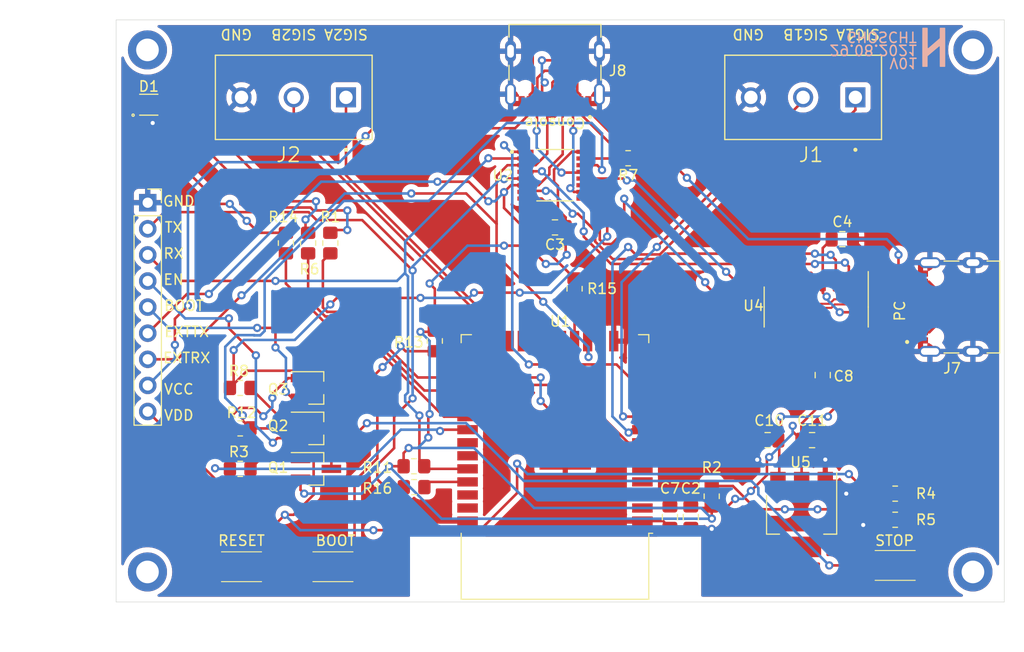
<source format=kicad_pcb>
(kicad_pcb (version 20211014) (generator pcbnew)

  (general
    (thickness 1.6)
  )

  (paper "A4")
  (title_block
    (title "Control")
    (date "2021-08-29")
    (rev "v01")
    (comment 4 "Author: GHOSCHT")
  )

  (layers
    (0 "F.Cu" signal)
    (31 "B.Cu" signal)
    (32 "B.Adhes" user "B.Adhesive")
    (33 "F.Adhes" user "F.Adhesive")
    (34 "B.Paste" user)
    (35 "F.Paste" user)
    (36 "B.SilkS" user "B.Silkscreen")
    (37 "F.SilkS" user "F.Silkscreen")
    (38 "B.Mask" user)
    (39 "F.Mask" user)
    (40 "Dwgs.User" user "User.Drawings")
    (41 "Cmts.User" user "User.Comments")
    (42 "Eco1.User" user "User.Eco1")
    (43 "Eco2.User" user "User.Eco2")
    (44 "Edge.Cuts" user)
    (45 "Margin" user)
    (46 "B.CrtYd" user "B.Courtyard")
    (47 "F.CrtYd" user "F.Courtyard")
    (48 "B.Fab" user)
    (49 "F.Fab" user)
  )

  (setup
    (pad_to_mask_clearance 0)
    (pcbplotparams
      (layerselection 0x00010fc_ffffffff)
      (disableapertmacros false)
      (usegerberextensions true)
      (usegerberattributes true)
      (usegerberadvancedattributes true)
      (creategerberjobfile true)
      (svguseinch false)
      (svgprecision 6)
      (excludeedgelayer true)
      (plotframeref false)
      (viasonmask false)
      (mode 1)
      (useauxorigin false)
      (hpglpennumber 1)
      (hpglpenspeed 20)
      (hpglpendiameter 15.000000)
      (dxfpolygonmode true)
      (dxfimperialunits true)
      (dxfusepcbnewfont true)
      (psnegative false)
      (psa4output false)
      (plotreference true)
      (plotvalue true)
      (plotinvisibletext false)
      (sketchpadsonfab false)
      (subtractmaskfromsilk true)
      (outputformat 1)
      (mirror false)
      (drillshape 0)
      (scaleselection 1)
      (outputdirectory "Gerber/")
    )
  )

  (net 0 "")
  (net 1 "VDD")
  (net 2 "GND")
  (net 3 "MUXDTR")
  (net 4 "VCC")
  (net 5 "Net-(D1-Pad2)")
  (net 6 "Net-(D1-Pad1)")
  (net 7 "Net-(D1-Pad3)")
  (net 8 "RX")
  (net 9 "TX")
  (net 10 "EN")
  (net 11 "BOOT")
  (net 12 "unconnected-(J7-PadA5)")
  (net 13 "unconnected-(J7-PadB8)")
  (net 14 "unconnected-(J7-PadA8)")
  (net 15 "unconnected-(J7-PadB5)")
  (net 16 "EXTRTS")
  (net 17 "EXTDTR")
  (net 18 "Net-(Q2-Pad1)")
  (net 19 "SIG1A")
  (net 20 "SIG1B")
  (net 21 "D+")
  (net 22 "D-")
  (net 23 "SIG2A")
  (net 24 "SIG2B")
  (net 25 "RTS")
  (net 26 "Net-(Q3-Pad1)")
  (net 27 "EXTRX")
  (net 28 "EXTTX")
  (net 29 "DTR")
  (net 30 "LEDR")
  (net 31 "STOPRST")
  (net 32 "Net-(Q1-Pad1)")
  (net 33 "LEDG")
  (net 34 "LEDB")
  (net 35 "MUXRX")
  (net 36 "Net-(R15-Pad2)")
  (net 37 "MUXTX")
  (net 38 "Net-(R16-Pad2)")
  (net 39 "unconnected-(U1-Pad4)")
  (net 40 "unconnected-(U1-Pad5)")
  (net 41 "unconnected-(U1-Pad10)")
  (net 42 "unconnected-(U1-Pad11)")
  (net 43 "MUX")
  (net 44 "unconnected-(U1-Pad13)")
  (net 45 "unconnected-(U1-Pad14)")
  (net 46 "unconnected-(U1-Pad16)")
  (net 47 "unconnected-(U1-Pad19)")
  (net 48 "Net-(Q1-Pad3)")
  (net 49 "unconnected-(U1-Pad20)")
  (net 50 "Net-(C8-Pad2)")
  (net 51 "unconnected-(U1-Pad21)")
  (net 52 "unconnected-(U1-Pad22)")
  (net 53 "unconnected-(U1-Pad23)")
  (net 54 "unconnected-(U1-Pad24)")
  (net 55 "unconnected-(U1-Pad26)")
  (net 56 "unconnected-(U1-Pad29)")
  (net 57 "unconnected-(U1-Pad32)")
  (net 58 "unconnected-(U1-Pad33)")
  (net 59 "unconnected-(U1-Pad36)")
  (net 60 "unconnected-(U1-Pad37)")
  (net 61 "Net-(R5-Pad2)")
  (net 62 "Net-(R7-Pad2)")
  (net 63 "MUXRTS")
  (net 64 "unconnected-(U4-Pad7)")
  (net 65 "unconnected-(U4-Pad8)")
  (net 66 "unconnected-(U4-Pad9)")
  (net 67 "unconnected-(U4-Pad10)")
  (net 68 "unconnected-(U4-Pad11)")
  (net 69 "unconnected-(U4-Pad12)")
  (net 70 "unconnected-(U4-Pad15)")

  (footprint "HRO_TYPE-C-31-M-12:HRO_TYPE-C-31-M-12" (layer "F.Cu") (at 187.96 101.727 90))

  (footprint "Resistor_SMD:R_0805_2012Metric_Pad1.20x1.40mm_HandSolder" (layer "F.Cu") (at 180.399 119.888))

  (footprint "Package_TO_SOT_SMD:SOT-23_Handsoldering" (layer "F.Cu") (at 124.079 117.475))

  (footprint "Resistor_SMD:R_0805_2012Metric_Pad1.20x1.40mm_HandSolder" (layer "F.Cu") (at 116.713 117.475 180))

  (footprint "Resistor_SMD:R_0805_2012Metric_Pad1.20x1.40mm_HandSolder" (layer "F.Cu") (at 180.399 122.428))

  (footprint "SKRKAEE020:SKRKAEE020" (layer "F.Cu") (at 180.399 126.873))

  (footprint "SKRKAEE020:SKRKAEE020" (layer "F.Cu") (at 116.84 127))

  (footprint "HRO_TYPE-C-31-M-12:HRO_TYPE-C-31-M-12" (layer "F.Cu") (at 147.32 76.835 180))

  (footprint "Package_SO:SOIC-16_3.9x9.9mm_P1.27mm" (layer "F.Cu") (at 172.72 101.727 -90))

  (footprint "Capacitor_SMD:C_0805_2012Metric_Pad1.18x1.45mm_HandSolder" (layer "F.Cu") (at 173.355 108.3525 90))

  (footprint "Resistor_SMD:R_0805_2012Metric_Pad1.20x1.40mm_HandSolder" (layer "F.Cu") (at 133.604 117.221))

  (footprint "CUI_TB006-508-03BE:CUI_TB006-508-03BE" (layer "F.Cu") (at 127 81.3255 180))

  (footprint "Resistor_SMD:R_0805_2012Metric_Pad1.20x1.40mm_HandSolder" (layer "F.Cu") (at 162.56 120.142 -90))

  (footprint "CUI_TB006-508-03BE:CUI_TB006-508-03BE" (layer "F.Cu") (at 176.53 81.3255 180))

  (footprint "Capacitor_SMD:C_0805_2012Metric_Pad1.18x1.45mm_HandSolder" (layer "F.Cu") (at 160.528 122.174 -90))

  (footprint "Resistor_SMD:R_0805_2012Metric_Pad1.20x1.40mm_HandSolder" (layer "F.Cu") (at 154.432 87.249 180))

  (footprint "RF_Module:ESP32-WROOM-32" (layer "F.Cu") (at 147.32 114.3 180))

  (footprint "Resistor_SMD:R_0805_2012Metric_Pad1.20x1.40mm_HandSolder" (layer "F.Cu") (at 121.158 95.504 -90))

  (footprint "Package_TO_SOT_SMD:SOT-223-3_TabPin2" (layer "F.Cu") (at 171.3015 121.92 -90))

  (footprint (layer "F.Cu") (at 107.696 127.508))

  (footprint "Resistor_SMD:R_0805_2012Metric_Pad1.20x1.40mm_HandSolder" (layer "F.Cu") (at 149.225 99.949 -90))

  (footprint "CD74HC4053PWR:SOP65P640X120-16N" (layer "F.Cu") (at 147.32 88.9))

  (footprint "Capacitor_SMD:C_0805_2012Metric_Pad1.18x1.45mm_HandSolder" (layer "F.Cu") (at 167.9995 114.681 180))

  (footprint "Resistor_SMD:R_0805_2012Metric_Pad1.20x1.40mm_HandSolder" (layer "F.Cu") (at 116.713 113.538 180))

  (footprint "Capacitor_SMD:C_0805_2012Metric_Pad1.18x1.45mm_HandSolder" (layer "F.Cu") (at 158.496 122.174 -90))

  (footprint "Resistor_SMD:R_0805_2012Metric_Pad1.20x1.40mm_HandSolder" (layer "F.Cu") (at 135.636 105.029 -90))

  (footprint "Capacitor_SMD:C_0805_2012Metric_Pad1.18x1.45mm_HandSolder" (layer "F.Cu") (at 147.32 93.98 180))

  (footprint "Capacitor_SMD:C_0805_2012Metric_Pad1.18x1.45mm_HandSolder" (layer "F.Cu") (at 172.3175 114.681))

  (footprint "TJ-S1615CY6TGLCCSRGB-A5:TJ-S1615CY6TGLCCSRGB-A5" (layer "F.Cu") (at 107.823 82.042))

  (footprint "Connector_PinSocket_2.54mm:PinSocket_1x09_P2.54mm_Vertical" (layer "F.Cu") (at 107.721 91.577))

  (footprint "Capacitor_SMD:C_0805_2012Metric_Pad1.18x1.45mm_HandSolder" (layer "F.Cu") (at 175.26 95.123))

  (footprint "Package_TO_SOT_SMD:SOT-23_Handsoldering" (layer "F.Cu") (at 124.079 109.601))

  (footprint "Package_TO_SOT_SMD:SOT-23_Handsoldering" (layer "F.Cu") (at 124.079 113.538))

  (footprint "Resistor_SMD:R_0805_2012Metric_Pad1.20x1.40mm_HandSolder" (layer "F.Cu") (at 133.62 119.253))

  (footprint (layer "F.Cu") (at 187.96 76.708))

  (footprint "Resistor_SMD:R_0805_2012Metric_Pad1.20x1.40mm_HandSolder" (layer "F.Cu") (at 123.317 95.504 -90))

  (footprint "Resistor_SMD:R_0805_2012Metric_Pad1.20x1.40mm_HandSolder" (layer "F.Cu") (at 125.476 95.504 -90))

  (footprint "Resistor_SMD:R_0805_2012Metric_Pad1.20x1.40mm_HandSolder" (layer "F.Cu") (at 116.713 109.601))

  (footprint "MountingHole:MountingHole_2.2mm_M2_DIN965_Pad" (layer "F.Cu") (at 107.696 76.708))

  (footprint (layer "F.Cu") (at 187.96 127.508))

  (footprint "SKRKAEE020:SKRKAEE020" (layer "F.Cu") (at 125.73 127 180))

  (footprint "logo:logo" (layer "B.Cu") (at 184.15 76.454 180))

  (gr_line (start 104.648 130.429) (end 191.008 130.429) (layer "Edge.Cuts") (width 0.05) (tstamp 00000000-0000-0000-0000-0000612be863))
  (gr_line (start 191.008 73.787) (end 104.648 73.787) (layer "Edge.Cuts") (width 0.05) (tstamp 27cb800c-91f2-4581-a3df-283140f8de7a))
  (gr_line (start 191.008 73.787) (end 191.008 130.429) (layer "Edge.Cuts") (width 0.05) (tstamp 8e2e528c-9fd7-4d33-b2f6-50348f1f17ab))
  (gr_line (start 104.648 73.787) (end 104.648 130.429) (layer "Edge.Cuts") (width 0.05) (tstamp c1dde370-6c97-4cf2-912e-7f65fb9cb8a0))
  (gr_text "V01" (at 181.229 77.978 180) (layer "B.SilkS") (tstamp 0bdb31bb-e7b5-4ded-9a42-2efeb7aa1eac)
    (effects (font (size 1 1) (thickness 0.15)) (justify mirror))
  )
  (gr_text "GHOSCHT" (at 179.07 75.438 180) (layer "B.SilkS") (tstamp 2923ebe6-b266-428c-b7d5-56fe4ec64f67)
    (effects (font (size 1 1) (thickness 0.15)) (justify mirror))
  )
  (gr_text "29.08.2021" (at 178.308 76.708 180) (layer "B.SilkS") (tstamp aa17e972-073e-46ab-870d-59e31e60c64c)
    (effects (font (size 1 1) (thickness 0.15)) (justify mirror))
  )
  (gr_text "BOOT" (at 125.984 124.46) (layer "F.SilkS") (tstamp 088b35ab-6d78-4c44-aeb5-74ffb6209ceb)
    (effects (font (size 1 1) (thickness 0.15)))
  )
  (gr_text "GND" (at 166.116 75.184 180) (layer "F.SilkS") (tstamp 11b9ffc6-14e8-4e91-8762-3d81fe2a07d2)
    (effects (font (size 1 1) (thickness 0.15)))
  )
  (gr_text "TX" (at 110.236 93.98) (layer "F.SilkS") (tstamp 24d2a8f4-83f5-480f-8025-157150dffac1)
    (effects (font (size 1 1) (thickness 0.15)))
  )
  (gr_text "PC" (at 180.848 102.108 90) (layer "F.SilkS") (tstamp 2a8f9805-2ef4-442d-b857-33308da9e6ff)
    (effects (font (size 1 1) (thickness 0.15)))
  )
  (gr_text "EXTTX" (at 111.506 104.14) (layer "F.SilkS") (tstamp 42442343-71e9-4fd8-af53-d327066ba410)
    (effects (font (size 1 1) (thickness 0.15)))
  )
  (gr_text "STOP" (at 180.34 124.46) (layer "F.SilkS") (tstamp 5d4fb0aa-e113-45aa-a776-e15a6f39ec77)
    (effects (font (size 1 1) (thickness 0.15)))
  )
  (gr_text "RESET" (at 116.84 124.46) (layer "F.SilkS") (tstamp 621c3af4-90a1-4ba1-81a2-96555f589eec)
    (effects (font (size 1 1) (thickness 0.15)))
  )
  (gr_text "VCC" (at 110.744 109.728) (layer "F.SilkS") (tstamp 6226a305-f20f-4b9e-b4cb-51ceb4b5635c)
    (effects (font (size 1 1) (thickness 0.15)))
  )
  (gr_text "SIG1A" (at 176.784 75.184 180) (layer "F.SilkS") (tstamp 6cdf380d-6a57-49a6-8f50-d7a4f8042bdc)
    (effects (font (size 1 1) (thickness 0.15)))
  )
  (gr_text "SIG1B" (at 171.704 75.184 180) (layer "F.SilkS") (tstamp 80184351-19b3-4bcd-82a1-58efa7bb8354)
    (effects (font (size 1 1) (thickness 0.15)))
  )
  (gr_text "SIG2B" (at 121.92 75.184 180) (layer "F.SilkS") (tstamp 898d1a4e-37cd-49c7-9c88-360a5e2964d8)
    (effects (font (size 1 1) (thickness 0.15)))
  )
  (gr_text "EXTRX" (at 111.506 106.68) (layer "F.SilkS") (tstamp 92cb1f6a-7469-4da5-bac0-8161abd9c26a)
    (effects (font (size 1 1) (thickness 0.15)))
  )
  (gr_text "GND" (at 110.744 91.44) (layer "F.SilkS") (tstamp a97de3bc-5ccd-42d6-9a63-b1503b8a9792)
    (effects (font (size 1 1) (thickness 0.15)))
  )
  (gr_text "VDD" (at 110.744 112.268) (layer "F.SilkS") (tstamp ae528489-6d55-4f16-814d-6ca34115416c)
    (effects (font (size 1 1) (thickness 0.15)))
  )
  (gr_text "EN" (at 110.236 99.06) (layer "F.SilkS") (tstamp aead7a94-6d70-4c1c-a9ab-3cb20a40441b)
    (effects (font (size 1 1) (thickness 0.15)))
  )
  (gr_text "SIG2A" (at 127 75.184 180) (layer "F.SilkS") (tstamp c536e94d-b0a9-457b-87ac-a4d2776a6072)
    (effects (font (size 1 1) (thickness 0.15)))
  )
  (gr_text "GND" (at 116.332 75.184 180) (layer "F.SilkS") (tstamp cdd4d047-9758-4b64-9ac5-1aaa6e3ca935)
    (effects (font (size 1 1) (thickness 0.15)))
  )
  (gr_text "BOOT" (at 111.252 101.6) (layer "F.SilkS") (tstamp f4ac5d7d-9a90-4d9f-9cdf-2565605b767d)
    (effects (font (size 1 1) (thickness 0.15)))
  )
  (gr_text "Console" (at 147.32 83.82 180) (layer "F.SilkS") (tstamp f588c104-1c05-4c2f-97b5-7cbc3bc48578)
    (effects (font (size 1 1) (thickness 0.15)))
  )
  (gr_text "RX" (at 110.236 96.52) (layer "F.SilkS") (tstamp f6aa4674-d291-423a-aa6a-d393beaaa511)
    (effects (font (size 1 1) (thickness 0.15)))
  )

  (segment (start 176.53 102.235) (end 177.165 102.87) (width 0.25) (layer "F.Cu") (net 1) (tstamp 0772fd48-5bc3-4da8-9b0d-ccf6209591d0))
  (segment (start 134.239 104.14) (end 135.525 104.14) (width 0.25) (layer "F.Cu") (net 1) (tstamp 09539c11-3ba5-4276-b948-a5382bb78908))
  (segment (start 173.355 99.252) (end 173.355 100.33) (width 0.25) (layer "F.Cu") (net 1) (tstamp 0a9c7f15-aa9f-4a0a-b05c-3fc15e0d0978))
  (segment (start 173.355 99.252) (end 173.355 95.9905) (width 0.25) (layer "F.Cu") (net 1) (tstamp 0b3fd315-37ba-42d0-8b56-30a8f9dcf11b))
  (segment (start 171.28 113.089993) (end 171.28 114.681) (width 0.25) (layer "F.Cu") (net 1) (tstamp 0b7afe7a-ff88-44ea-ac05-02dfa9d6276c))
  (segment (start 114.32352 118.49952) (end 122.50448 118.49952) (width 0.25) (layer "F.Cu") (net 1) (tstamp 0ceddf5b-010b-4f0e-9269-3bad7cb9d81b))
  (segment (start 148.3575 93.002698) (end 148.3575 93.98) (width 0.25) (layer "F.Cu") (net 1) (tstamp 1a749d4d-d750-4ef4-8ae3-8f732e4329d6))
  (segment (start 132.604 115.935) (end 133.096 115.443) (width 0.25) (layer "F.Cu") (net 1) (tstamp 1aece9cb-2b9d-4518-9f44-0ccc0cdea940))
  (segment (start 162.56 122.303569) (end 162.574027 122.317596) (width 0.25) (layer "F.Cu") (net 1) (tstamp 1ba25e51-decd-41d7-b19b-b2ab586c204c))
  (segment (start 135.001 114.427) (end 135.001 112.268) (width 0.25) (layer "F.Cu") (net 1) (tstamp 295b5c8a-7bd7-4591-ade0-3435507c03b4))
  (segment (start 122.579 118.425) (end 122.579 119.531) (width 0.25) (layer "F.Cu") (net 1) (tstamp 343cb678-90ca-4aff-af78-94cc88a75536))
  (segment (start 132.604 117.221) (end 131.191 117.221) (width 0.25) (layer "F.Cu") (net 1) (tstamp 345072f7-c29d-4b13-bb9b-df0230736cf0))
  (segment (start 171.3015 114.7025) (end 171.28 114.681) (width 0.25) (layer "F.Cu") (net 1) (tstamp 35c989e0-39e1-43ec-b239-d7e1dcb0c7f0))
  (segment (start 167.926989 116.553011) (end 168.148 116.332) (width 0.25) (layer "F.Cu") (net 1) (tstamp 3aab8366-63f5-4a9a-bf3f-b8a16b9fd9de))
  (segment (start 162.56 121.142) (end 162.56 122.303569) (width 0.25) (layer "F.Cu") (net 1) (tstamp 40840c3a-c337-4642-82f1-bbf967ef10a6))
  (segment (start 148.463 96.647) (end 148.3575 96.5415) (width 0.25) (layer "F.Cu") (net 1) (tstamp 418b02e3-6526-4cf0-82ea-c3c3238b2643))
  (segment (start 135.525 104.14) (end 135.636 104.029) (width 0.25) (layer "F.Cu") (net 1) (tstamp 427bd064-4fc8-407a-a475-7edd970c0697))
  (segment (start 144.653 95.758) (end 146.431 97.536) (width 0.25) (layer "F.Cu") (net 1) (tstamp 4ec9d43d-a546-4687-9474-3b0dd77d9b21))
  (segment (start 173.355 95.9905) (end 174.2225 95.123) (width 0.25) (layer "F.Cu") (net 1) (tstamp 5068ffea-401d-480b-be7d-45dcc507ba42))
  (segment (start 147.230499 89.563181) (end 147.605022 89.937704) (width 0.25) (layer "F.Cu") (net 1) (tstamp 50ef0067-b3a9-43c5-b537-d51ed6c443b2))
  (segment (start 162.417 121.285) (end 162.56 121.142) (width 0.25) (layer "F.Cu") (net 1) (tstamp 585653c5-22e7-4d7b-9b71-fb8ec0e14d9c))
  (segment (start 122.50448 118.49952) (end 122.579 118.425) (width 0.25) (layer "F.Cu") (net 1) (tstamp 58d3fcfb-bd84-4bf3-8b51-59e23982d9e7))
  (segment (start 147.605022 89.937704) (end 147.605022 92.25022) (width 0.25) (layer "F.Cu") (net 1) (tstamp 5e950593-e787-492f-8b7c-8f547d7dba36))
  (segment (start 173.355 100.33) (end 173.736 100.711) (width 0.25) (layer "F.Cu") (net 1) (tstamp 6744e999-2a5e-48b8-9441-51aa812e68d7))
  (segment (start 171.3015 118.77) (end 171.3015 114.7025) (width 0.25) (layer "F.Cu") (net 1) (tstamp 6a1c6a39-a320-48b7-bab4-cc1192b1ccdd))
  (segment (start 177.165 104.202) (end 177.165 107.204993) (width 0.25) (layer "F.Cu") (net 1) (tstamp 73c11c9b-605e-4462-916a-83ee7cabbb43))
  (segment (start 173.355 99.252) (end 173.355 99.628072) (width 0.25) (layer "F.Cu") (net 1) (tstamp 7ba12f4a-ec6d-468c-99a1-51f405e6fc04))
  (segment (start 158.3475 121.285) (end 158.496 121.1365) (width 0.25) (layer "F.Cu") (net 1) (tstamp 7e475ffe-a64d-4cb1-820d-307b1df0149b))
  (segment (start 148.9514 86.625) (end 147.230499 88.345901) (width 0.25) (layer "F.Cu") (net 1) (tstamp 9ce3bc21-a5b6-49f5-b629-dc32c558e229))
  (segment (start 107.721 111.897) (end 114.32352 118.49952) (width 0.25) (layer "F.Cu") (net 1) (tstamp 9e1b2541-b67f-4b5e-bd09-efd5a0086134))
  (segment (start 147.230499 88.345901) (end 147.230499 89.563181) (width 0.25) (layer "F.Cu") (net 1) (tstamp 9f693ee3-ffa9-44a2-84e0-ac72d6dbe1a3))
  (segment (start 166.37 119.634) (end 167.926989 118.077011) (width 0.25) (layer "F.Cu") (net 1) (tstamp a2b97d53-3195-4227-8011-b624454b9fae))
  (segment (start 167.926989 118.077011) (end 167.926989 116.553011) (width 0.25) (layer "F.Cu") (net 1) (tstamp a4064802-7875-4c55-8f07-b0762ce79d9b))
  (segment (start 170.434 113.835) (end 171.28 114.681) (width 0.25) (layer "F.Cu") (net 1) (tstamp a82069c3-7919-45fa-afa6-fc79c0228e3a))
  (segment (start 160.3795 121.285) (end 160.528 121.1365) (width 0.25) (layer "F.Cu") (net 1) (tstamp af438183-42bf-4f00-95bd-83cb89f716bf))
  (segment (start 122.579 119.531) (end 122.936 119.888) (width 0.25) (layer "F.Cu") (net 1) (tstamp b34bf608-3625-42a2-9d34-609708d3b8fe))
  (segment (start 148.3575 96.5415) (end 148.3575 93.98) (width 0.25) (layer "F.Cu") (net 1) (tstamp b3668f36-2753-47f4-9a49-876054e09a6f))
  (segment (start 177.165 102.87) (end 177.165 104.202) (width 0.25) (layer "F.Cu") (net 1) (tstamp b52c907b-8b3f-4ef5-87d2-50ffb8fd7ffc))
  (segment (start 177.165 107.204993) (end 171.28 113.089993) (width 0.25) (layer "F.Cu") (net 1) (tstamp b57cd337-be8b-4f7a-a766-04c16dc178dd))
  (segment (start 162.56 121.142) (end 164.1 121.142) (width 0.25) (layer "F.Cu") (net 1) (tstamp b7affdf8-6c67-4cb0-a191-645d6b76245e))
  (segment (start 150.19 86.625) (end 148.9514 86.625) (width 0.25) (layer "F.Cu") (net 1) (tstamp cc753394-79ea-4b53-a8af-a1bf7d53b10f))
  (segment (start 135.636 104.029) (end 135.636 99.949) (width 0.25) (layer "F.Cu") (net 1) (tstamp cff3efef-0f8f-4180-b13e-7b9f6aaf6281))
  (segment (start 135.636 99.949) (end 135.128 99.441) (width 0.25) (layer "F.Cu") (net 1) (tstamp d5eef11e-fe21-4235-bc85-2c8920677f98))
  (segment (start 132.604 117.221) (end 132.604 115.935) (width 0.25) (layer "F.Cu") (net 1) (tstamp d65d2812-1361-43d8-8287-3dd1106c2248))
  (segment (start 135.001 112.268) (end 135.128 112.141) (width 0.25) (layer "F.Cu") (net 1) (tstamp d752649f-8867-4a3d-b289-6187db024c75))
  (segment (start 175.006 102.235) (end 176.53 102.235) (width 0.25) (layer "F.Cu") (net 1) (tstamp da40ea85-accb-4afa-806b-e4833abeed1e))
  (segment (start 147.605022 92.25022) (end 148.3575 93.002698) (width 0.25) (layer "F.Cu") (net 1) (tstamp defb4790-822e-406a-886d-2dccfcf9a195))
  (segment (start 164.1 121.142) (end 164.846 120.396) (width 0.25) (layer "F.Cu") (net 1) (tstamp e0622e0c-c962-4d15-afc4-1deec92b669a))
  (segment (start 170.434 113.284) (end 170.434 113.835) (width 0.25) (layer "F.Cu") (net 1) (tstamp e8b56a80-d3e0-43c7-b08f-00c7e1b348c8))
  (segment (start 142.367 95.758) (end 144.653 95.758) (width 0.25) (layer "F.Cu") (net 1) (tstamp e90ee953-5405-4a9d-af65-8a627a5e9c27))
  (segment (start 155.82 121.285) (end 162.417 121.285) (width 0.25) (layer "F.Cu") (net 1) (tstamp eebd6bcd-d38b-41a3-be37-17ab9bba9c94))
  (via (at 164.846 120.396) (size 0.8) (drill 0.4) (layers "F.Cu" "B.Cu") (net 1) (tstamp 18840ba6-e9c9-4c29-8bba-f8492c1e4bbe))
  (via (at 133.096 115.443) (size 0.8) (drill 0.4) (layers "F.Cu" "B.Cu") (net 1) (tstamp 2021f175-0a66-43bc-8c54-3b3b783c01d1))
  (via (at 173.736 100.711) (size 0.8) (drill 0.4) (layers "F.Cu" "B.Cu") (net 1) (tstamp 232054d8-fe51-4f6e-b84d-2bc2bf4f3aa0))
  (via (at 170.434 113.284) (size 0.8) (drill 0.4) (layers "F.Cu" "B.Cu") (net 1) (tstamp 2513bb60-f36a-4b2c-bd12-64ca567aef4c))
  (via (at 166.37 119.634) (size 0.8) (drill 0.4) (layers "F.Cu" "B.Cu") (net 1) (tstamp 42f77991-b59b-460d-b37d-128406f3f563))
  (via (at 142.367 95.758) (size 0.8) (drill 0.4) (layers "F.Cu" "B.Cu") (net 1) (tstamp 4501db26-2488-4db9-af45-4b3467011c80))
  (via (at 134.239 104.14) (size 0.8) (drill 0.4) (layers "F.Cu" "B.Cu") (net 1) (tstamp 492b4325-719b-4029-8f69-57186437ff7d))
  (via (at 168.148 116.332) (size 0.8) (drill 0.4) (layers "F.Cu" "B.Cu") (net 1) (tstamp 50fad4b8-0f32-44e5-b80c-7c8bd244bd6b))
  (via (at 135.128 99.441) (size 0.8) (drill 0.4) (layers "F.Cu" "B.Cu") (net 1) (tstamp 6221b4e6-9140-4049-861c-0eafd26316ba))
  (via (at 148.463 96.647) (size 0.8) (drill 0.4) (layers "F.Cu" "B.Cu") (net 1) (tstamp 6cb093cc-353e-4b67-8094-551608dc1e7e))
  (via (at 162.574027 122.317596) (size 0.8) (drill 0.4) (layers "F.Cu" "B.Cu") (net 1) (tstamp 89da002b-1c6b-4f22-a7ad-bcf65f82819e))
  (via (at 135.001 114.427) (size 0.8) (drill 0.4) (layers "F.Cu" "B.Cu") (net 1) (tstamp 9cb21eb4-986e-4d26-9147-63d29d7c7b73))
  (via (at 135.128 112.141) (size 0.8) (drill 0.4) (layers "F.Cu" "B.Cu") (net 1) (tstamp bfbdec1c-3f00-4e3f-a960-a05ea99d5c95))
  (via (at 146.431 97.536) (size 0.8) (drill 0.4) (layers "F.Cu" "B.Cu") (net 1) (tstamp c4676c82-8be7-43c7-ade8-7271cc2a881f))
  (via (at 175.006 102.235) (size 0.8) (drill 0.4) (layers "F.Cu" "B.Cu") (net 1) (tstamp d5eae238-2bf7-49b2-a399-fc40f0683f3a))
  (via (at 122.936 119.888) (size 0.8) (drill 0.4) (layers "F.Cu" "B.Cu") (net 1) (tstamp dc544e89-32c3-4445-98c2-04b3b91d6685))
  (via (at 131.191 117.221) (size 0.8) (drill 0.4) (layers "F.Cu" "B.Cu") (net 1) (tstamp fb89ad61-c608-4886-acc7-50d84b02865b))
  (segment (start 165.608 120.396) (end 166.37 119.634) (width 0.25) (layer "B.Cu") (net 1) (tstamp 021e50eb-f434-436c-96fe-615aa4e1c176))
  (segment (start 131.191 117.221) (end 136.297543 122.327543) (width 0.25) (layer "B.Cu") (net 1) (tstamp 09510aad-744d-4e76-84e6-9e7d678cbe82))
  (segment (start 122.936 119.888) (end 128.524 119.888) (width 0.25) (layer "B.Cu") (net 1) (tstamp 0dadc6cf-eb96-4951-85e9-e0c787c3fdfc))
  (segment (start 136.297543 122.327543) (end 162.56408 122.327543) (width 0.25) (layer "B.Cu") (net 1) (tstamp 1458f440-8773-4375-a788-3dacc7873cb6))
  (segment (start 173.736 100.965) (end 175.006 102.235) (width 0.25) (layer "B.Cu") (net 1) (tstamp 1a060c41-e347-43d0-be76-cda6be6fabdb))
  (segment (start 162.56408 122.327543) (end 162.574027 122.317596) (width 0.25) (layer "B.Cu") (net 1) (tstamp 1b88db39-08c0-4e9a-928c-64d2b65e8f13))
  (segment (start 146.431 97.536) (end 147.574 97.536) (width 0.25) (layer "B.Cu") (net 1) (tstamp 2198910c-e4cf-47f8-bf8f-cbbbc3478ac3))
  (segment (start 135.128 112.141) (end 135.128 105.029) (width 0.25) (layer "B.Cu") (net 1) (tstamp 3186f461-6363-44b7-a33a-33bed59e4434))
  (segment (start 170.434 114.046) (end 170.434 113.284) (width 0.25) (layer "B.Cu") (net 1) (tstamp 34f20199-ca06-40d1-8580-b81f90c00cf8))
  (segment (start 145.288 121.285) (end 161.541431 121.285) (width 0.25) (layer "B.Cu") (net 1) (tstamp 3a761c2b-07fd-433e-a62f-3878d7bc6ba9))
  (segment (start 147.574 97.536) (end 148.463 96.647) (width 0.25) (layer "B.Cu") (net 1) (tstamp 40ac8635-5d7f-4583-b6fb-cb9e6af80bde))
  (segment (start 138.811 95.758) (end 142.367 95.758) (width 0.25) (layer "B.Cu") (net 1) (tstamp 4c613a89-ac24-4a04-a084-f9e352b15c0b))
  (segment (start 168.148 116.332) (end 170.434 114.046) (width 0.25) (layer "B.Cu") (net 1) (tstamp 65722034-28f2-4b02-a23d-9f52d6b6ffc9))
  (segment (start 161.541431 121.285) (end 162.574027 122.317596) (width 0.25) (layer "B.Cu") (net 1) (tstamp 75bb7da6-039f-40b8-ba94-99186b61d8b3))
  (segment (start 173.736 100.711) (end 173.736 100.965) (width 0.25) (layer "B.Cu") (net 1) (tstamp 7b186dc8-e40f-4e57-b661-81bd77a787b0))
  (segment (start 133.096 115.443) (end 133.985 115.443) (width 0.25) (layer "B.Cu") (net 1) (tstamp 7b1c8056-d92e-4fa6-97c4-e749f8a138eb))
  (segment (start 128.524 119.888) (end 131.191 117.221) (width 0.25) (layer "B.Cu") (net 1) (tstamp 7fb664a2-82a3-4290-b696-2187d2a43efa))
  (segment (start 135.128 105.029) (end 134.239 104.14) (width 0.25) (layer "B.Cu") (net 1) (tstamp 815965e0-40fa-4af4-8276-781b56064ceb))
  (segment (start 133.096 115.443) (end 139.446 115.443) (width 0.25) (layer "B.Cu") (net 1) (tstamp 82bb7156-1a6e-4d66-a09d-1fa84847ab75))
  (segment (start 139.446 115.443) (end 145.288 121.285) (width 0.25) (layer "B.Cu") (net 1) (tstamp 8416dec8-9844-4f31-a549-a6821ad18541))
  (segment (start 135.128 99.441) (end 138.811 95.758) (width 0.25) (layer "B.Cu") (net 1) (tstamp b3861277-460b-459f-9615-f77724548773))
  (segment (start 133.985 115.443) (end 135.001 114.427) (width 0.25) (layer "B.Cu") (net 1) (tstamp c1e67729-27c7-45dc-869e-f9df84ca8004))
  (segment (start 164.846 120.396) (end 165.608 120.396) (width 0.25) (layer "B.Cu") (net 1) (tstamp f659ace2-501e-415d-8f61-6e9a089ba861))
  (segment (start 166.962 114.681) (end 166.962 116.5645) (width 0.25) (layer "F.Cu") (net 2) (tstamp 1b1a26fb-eea8-4963-98ba-3cac0a0e7699))
  (segment (start 173.6015 118.77) (end 173.6015 116.572) (width 0.25) (layer "F.Cu") (net 2) (tstamp 22dd4885-f793-41fd-ba84-9e4b22514ffd))
  (segment (start 173.6015 116.572) (end 173.6015 114.9275) (width 0.25) (layer "F.Cu") (net 2) (tstamp 24d69e87-630c-4724-b73d-b9e4caa64bc0))
  (segment (start 106.951 82.567) (end 108.204 83.82) (width 0.25) (layer "F.Cu") (net 2) (tstamp 28710afd-dbe4-49da-80e6-73b74ac15c5b))
  (segment (start 162.4545 123.2115) (end 162.56 123.317) (width 0.25) (layer "F.Cu") (net 2) (tstamp 3341f917-00e9-4810-94f3-96deafe06e46))
  (segment (start 173.6015 118.77) (end 174.523 118.77) (width 0.25) (layer "F.Cu") (net 2) (tstamp 4fa34a99-9ad0-40fe-b35b-ef05b125c097))
  (segment (start 176.2975 95.123) (end 177.165 95.9905) (width 0.25) (layer "F.Cu") (net 2) (tstamp 5113a62a-daec-470b-a57d-52848c897cce))
  (segment (start 157.8395 122.555) (end 158.496 123.2115) (width 0.25) (layer "F.Cu") (net 2) (tstamp 59e48bd4-8c69-4be4-8845-3a9b411cbd7a))
  (segment (start 146.2825 93.98) (end 146.2825 91.4185) (width 0.25) (layer "F.Cu") (net 2) (tstamp 725aa646-07f4-41a4-87d7-9ecbdefef9f2))
  (segment (start 160.528 123.2115) (end 162.4545 123.2115) (width 0.25) (layer "F.Cu") (net 2) (tstamp 73ad6bf0-ec84-4d6c-b16b-9e75d276023d))
  (segment (start 178.891 122.936) (end 179.399 122.428) (width 0.25) (layer "F.Cu") (net 2) (tstamp 7ad25299-91f9-411e-a806-ef030c3fa5ee))
  (segment (start 166.962 116.5645) (end 166.9835 116.586) (width 0.25) (layer "F.Cu") (net 2) (tstamp 8d9d6cc8-1df0-4396-b630-452cd78f693c))
  (segment (start 158.496 123.2115) (end 160.528 123.2115) (width 0.25) (layer "F.Cu") (net 2) (tstamp a8d0cb69-2c4b-4754-99f8-fc8a779a0974))
  (segment (start 146.2825 91.4185) (end 146.039 91.175) (width 0.25) (layer "F.Cu") (net 2) (tstamp b074f8cd-fad1-46b9-932c-c465284afbb1))
  (segment (start 146.039 91.175) (end 144.45 91.175) (width 0.25) (layer "F.Cu") (net 2) (tstamp b3681630-b389-486a-b9d4-90e531d3386b))
  (segment (start 177.292 122.936) (end 178.891 122.936) (width 0.25) (layer "F.Cu") (net 2) (tstamp b7c4e718-e9fc-41f2-9dde-a81edcc7f4a8))
  (segment (start 174.523 118.77) (end 175.641 119.888) (width 0.25) (layer "F.Cu") (net 2) (tstamp c01a7fa2-f6d9-4011-84aa-912ba0204808))
  (segment (start 177.165 95.9905) (end 177.165 99.252) (width 0.25) (layer "F.Cu") (net 2) (tstamp c0662c31-007e-4a59-9a39-643b26e05f6a))
  (segment (start 106.948 82.567) (end 106.951 82.567) (width 0.25) (layer "F.Cu") (net 2) (tstamp c092d043-177b-4258-bbe1-d02c6aa9e6f2))
  (segment (start 155.82 122.555) (end 157.8395 122.555) (width 0.25) (layer "F.Cu") (net 2) (tstamp cb6740b8-549b-4a6a-8a21-34c650e4454b))
  (segment (start 173.6015 114.9275) (end 173.355 114.681) (width 0.25) (layer "F.Cu") (net 2) (tstamp ceff2bb7-36a6-4e42-aa95-a1cec1a60fac))
  (via (at 173.6015 116.572) (size 0.8) (drill 0.4) (layers "F.Cu" "B.Cu") (net 2) (tstamp 4b7111c5-fe81-4118-b1e4-c4d052eff531))
  (via (at 162.56 123.317) (size 0.8) (drill 0.4) (layers "F.Cu" "B.Cu") (net 2) (tstamp 5d2bd8b0-5cab-45cd-94be-9e46fce1ebdf))
  (via (at 108.204 83.82) (size 0.8) (drill 0.4) (layers "F.Cu" "B.Cu") (net 2) (tstamp 65d4236e-6c52-480b-8bda-0f826f32e119))
  (via (at 177.292 122.936) (size 0.8) (drill 0.4) (layers "F.Cu" "B.Cu") (net 2) (tstamp cc7203da-a79f-4b15-b87e-565d408b2693))
  (via (at 166.9835 116.586) (size 0.8) (drill 0.4) (layers "F.Cu" "B.Cu") (net 2) (tstamp dc882d02-3cc4-472e-953a-e876b227b064))
  (via (at 175.641 119.888) (size 0.8) (drill 0.4) (layers "F.Cu" "B.Cu") (net 2) (tstamp f4c05903-6605-4c59-ad49-bc9b4a305eef))
  (segment (start 167.454001 117.056501) (end 173.116999 117.056501) (width 0.25) (layer "B.Cu") (net 2) (tstamp 03701660-0af0-4e7b-9171-9ebb83616505))
  (segment (start 177.292 121.539) (end 177.292 122.936) (width 0.25) (layer "B.Cu") (net 2) (tstamp 0af4423f-526a-4566-a231-c799bbcf3554))
  (segment (start 173.116999 117.056501) (end 173.6015 116.572) (width 0.25) (layer "B.Cu") (net 2) (tstamp 9cc4dd77-3f84-4100-af30-ea4c8fa3485e))
  (segment (start 166.9835 116.586) (end 167.454001 117.056501) (width 0.25) (layer "B.Cu") (net 2) (tstamp a8fbe27e-9ac5-4a7e-9fdd-562a15ef552a))
  (segment (start 175.641 119.888) (end 177.292 121.539) (width 0.25) (layer "B.Cu") (net 2) (tstamp d221c8f4-d085-4b97-97ff-586e683055df))
  (segment (start 173.355 109.39) (end 171.816928 109.39) (width 0.25) (layer "F.Cu") (net 3) (tstamp 1c3898c9-3ac5-4d44-b9d9-c1020fe387a4))
  (segment (start 171.816928 109.39) (end 161.925 99.498072) (width 0.25) (layer "F.Cu") (net 3) (tstamp 21bfb576-c1af-4d62-81a8-6e7add502321))
  (segment (start 152.099901 95.593501) (end 151.675499 95.169099) (width 0.25) (layer "F.Cu") (net 3) (tstamp 470d1942-5b9b-4342-843d-aef6b12b04ae))
  (segment (start 151.675499 92.660499) (end 150.19 91.175) (width 0.25) (layer "F.Cu") (net 3) (tstamp 50e6951e-070a-4712-8d51-d68f34bd0479))
  (segment (start 151.675499 95.169099) (end 151.675499 92.660499) (width 0.25) (layer "F.Cu") (net 3) (tstamp 7180e7ea-9ace-46a6-9015-3c87fe6a25bb))
  (segment (start 154.051 91.186) (end 154.051 94.3696) (width 0.25) (layer "F.Cu") (net 3) (tstamp 95a326cc-494d-424f-9e30-10f61f7db13d))
  (segment (start 161.925 99.498072) (end 161.925 99.314) (width 0.25) (layer "F.Cu") (net 3) (tstamp c1f79773-ba42-4db4-84ff-a5f20356e84d))
  (segment (start 154.051 94.3696) (end 152.827099 95.593501) (width 0.25) (layer "F.Cu") (net 3) (tstamp dd76bfe3-6145-471a-a6e2-f667ce6b2608))
  (segment (start 152.827099 95.593501) (end 152.099901 95.593501) (width 0.25) (layer "F.Cu") (net 3) (tstamp ffb2000e-84fc-40fb-a847-21f7a641599d))
  (via (at 161.925 99.314) (size 0.8) (drill 0.4) (layers "F.Cu" "B.Cu") (net 3) (tstamp 298c1273-0262-4481-88f4-f395c24d986b))
  (via (at 154.051 91.186) (size 0.8) (drill 0.4) (layers "F.Cu" "B.Cu") (net 3) (tstamp 2ba2cf8b-7e8c-4592-aac0-8187924a8897))
  (segment (start 161.925 99.314) (end 154.051 91.44) (width 0.25) (layer "B.Cu") (net 3) (tstamp 3a3a4e13-c3e9-4ddd-ad75-8f0424005dd2))
  (segment (start 154.051 91.44) (end 154.051 91.186) (width 0.25) (layer "B.Cu") (net 3) (tstamp 443e0251-73ce-467c-b489-27f0a14fe129))
  (segment (start 149.485479 76.968479) (end 149.485479 80.785108) (width 0.25) (layer "F.Cu") (net 4) (tstamp 13f83cd7-de8f-485c-be0e-4b54fafcde0e))
  (segment (start 169.126501 114.770501) (end 169.037 114.681) (width 0.25) (layer "F.Cu") (net 4) (tstamp 1458619f-4ba2-440f-9a7e-e3ff9bd131ba))
  (segment (start 183.725371 104.177) (end 185.039 102.863371) (width 0.25) (layer "F.Cu") (net 4) (tstamp 159a00be-8b01-4939-8a20-1270111fc2a9))
  (segment (start 169.0015 118.77) (end 169.126501 118.644999) (width 0.25) (layer "F.Cu") (net 4) (tstamp 1d2837dc-2094-4b4c-8819-55e93b72904f))
  (segment (start 182.865 99.277) (end 183.689022 99.277) (width 0.25) (layer "F.Cu") (net 4) (tstamp 1db97cd5-a9c7-49d5-ac3c-31561c13d7ce))
  (segment (start 149.77 82.905) (end 153.08948 86.22448) (width 0.25) (layer "F.Cu") (net 4) (tstamp 24a583aa-0f30-44d0-a9a2-5b4656a97115))
  (segment (start 182.865 104.177) (end 181.89 104.177) (width 0.25) (layer "F.Cu") (net 4) (tstamp 31f68ee2-e0c7-40c5-a039-bf6aa69b083c))
  (segment (start 129.667 84.328) (end 128.905 85.09) (width 0.25) (layer "F.Cu") (net 4) (tstamp 44f325b7-2434-46be-9c68-c124715d1134))
  (segment (start 182.865 104.177) (end 183.725371 104.177) (width 0.25) (layer "F.Cu") (net 4) (tstamp 52f7eda6-fd5b-45d7-8bb2-d7202850821c))
  (segment (start 183.689022 99.277) (end 185.039 100.626978) (width 0.25) (layer "F.Cu") (net 4) (tstamp 60cf15eb-a9ee-40b5-89ae-b6a31cfc5fa6))
  (segment (start 185.039 102.863371) (end 185.039 101.219) (width 0.25) (layer "F.Cu") (net 4) (tstamp 676a8f69-db83-4e4e-bc79-7b0584db297e))
  (segment (start 144.87 82.905) (end 143.447 84.328) (width 0.25) (layer "F.Cu") (net 4) (tstamp 70619cc5-1c6f-48c2-9b10-232582f78a7c))
  (segment (start 169.291 114.427) (end 169.037 114.681) (width 0.25) (layer "F.Cu") (net 4) (tstamp 710596b1-3d67-433c-9052-07eb5c967758))
  (segment (start 169.291 112.395) (end 169.291 114.427) (width 0.25) (layer "F.Cu") (net 4) (tstamp 733fc3da-e9cc-4149-8c0f-4d1dbe4e5bed))
  (segment (start 185.039 100.626978) (end 185.039 101.219) (width 0.25) (layer "F.Cu") (net 4) (tstamp 739b332b-cf66-40c8-b6eb-859e1a1df42d))
  (segment (start 145.154521 77.095479) (end 145.796 76.454) (width 0.25) (layer "F.Cu") (net 4) (tstamp 7401f853-b4d1-48b8-bf29-a300484159fd))
  (segment (start 180.721 96.647) (end 180.721 98.108) (width 0.25) (layer "F.Cu") (net 4) (tstamp 8379ea4c-bb45-4960-a402-e6c9cfef45fc))
  (segment (start 149.77 81.069629) (end 149.77 81.93) (width 0.25) (layer "F.Cu") (net 4) (tstamp 8b1e5577-f512-4e17-9b8a-b8f5a598adf1))
  (segment (start 181.89 99.277) (end 182.865 99.277) (width 0.25) (layer "F.Cu") (net 4) (tstamp 8e0ead45-4c20-4b9c-b2c4-eb8d93c6147f))
  (segment (start 148.971 76.454) (end 149.485479 76.968479) (width 0.25) (layer "F.Cu") (net 4) (tstamp 8f17ef81-8651-4c75-93ec-537a207cd59c))
  (segment (start 144.87 81.069629) (end 145.154521 80.785108) (width 0.25) (layer "F.Cu") (net 4) (tstamp 98c6e729-5491-42d1-bdd1-3ad0b02fc0a5))
  (segment (start 173.863 112.204) (end 173.863 112.395) (width 0.25) (layer "F.Cu") (net 4) (tstamp 9a430b43-2369-45cf-bff2-2e8002afe0b9))
  (segment (start 180.721 98.108) (end 181.89 99.277) (width 0.25) (layer "F.Cu") (net 4) (tstamp 9ac7b8fa-9780-4cae-a1d2-c8642f09820a))
  (segment (start 129.794 84.328) (end 129.667 84.328) (width 0.25) (layer "F.Cu") (net 4) (tstamp a315dfc8-c11a-409b-bf85-1226d0fdb62e))
  (segment (start 110.363 102.87) (end 110.363 105.41) (width 0.25) (layer "F.Cu") (net 4) (tstamp acc25bff-a2ae-44d4-a22f-49eacdbb63fb))
  (segment (start 157.21748 86.22448) (end 160.147 89.154) (width 0.25) (layer "F.Cu") (net 4) (tstamp b58ed26e-a550-4162-b104-fafc9d6e8463))
  (segment (start 145.154521 80.785108) (end 145.154521 77.095479) (width 0.25) (layer "F.Cu") (net 4) (tstamp b67bd46e-8e27-46c9-a228-d31a75e65ca8))
  (segment (start 144.87 81.93) (end 144.87 81.069629) (width 0.25) (layer "F.Cu") (net 4) (tstamp bc05e958-067d-4f77-acb2-e677e3a4011e))
  (segment (start 181.89 104.177) (end 173.863 112.204) (width 0.25) (layer "F.Cu") (net 4) (tstamp bd0dd924-bb8c-42f1-8b45-50195b8253aa))
  (segment (start 153.08948 86.22448) (end 157.21748 86.22448) (width 0.25) (layer "F.Cu") (net 4) (tstamp bd144e47-ee69-44af-b18f-c084705fecea))
  (segment (start 111.633 101.6) (end 110.363 102.87) (width 0.25) (layer "F.Cu") (net 4) (tstamp c00c5cdc-e2cb-4281-a355-ceb21eef17fe))
  (segment (start 169.126501 118.644999) (end 169.126501 114.770501) (width 0.25) (layer "F.Cu") (net 4) (tstamp dce0d0c8-64fc-42c2-af24-ca4fc661c13d))
  (segment (start 149.485479 80.785108) (end 149.77 81.069629) (width 0.25) (layer "F.Cu") (net 4) (tstamp e51734af-6b81-493e-b1bd-f33ca2b4c493))
  (segment (start 149.77 81.93) (end 149.77 82.905) (width 0.25) (layer "F.Cu") (net 4) (tstamp ef53cd1c-7c4b-4540-835b-9e68e41635aa))
  (segment (start 143.447 84.328) (end 129.794 84.328) (width 0.25) (layer "F.Cu") (net 4) (tstamp f0926dee-6a22-4dc2-96fe-a98b3d49e4db))
  (segment (start 145.796 76.454) (end 148.971 76.454) (width 0.25) (layer "F.Cu") (net 4) (tstamp fa890843-4bc6-482b-8cad-eb7fdd6c27db))
  (segment (start 144.87 81.93) (end 144.87 82.905) (width 0.25) (layer "F.Cu") (net 4) (tstamp fcbcbf51-4bfb-4051-ac2b-1846cfb83bc7))
  (via (at 110.363 105.41) (size 0.8) (drill 0.4) (layers "F.Cu" "B.Cu") (net 4) (tstamp 142f234b-3d98-4c23-b6d9-45dbc8fd0e30))
  (via (at 180.721 96.647) (size 0.8) (drill 0.4) (layers "F.Cu" "B.Cu") (net 4) (tstamp 398d19a0-15b1-4e7d-a95e-e4313abdf981))
  (via (at 169.291 112.395) (size 0.8) (drill 0.4) (layers "F.Cu" "B.Cu") (net 4) (tstamp 71690529-582a-4b64-b701-7c03b26529f6))
  (via (at 111.633 101.6) (size 0.8) (drill 0.4) (layers "F.Cu" "B.Cu") (net 4) (tstamp b1bf5a46-770f-41db-b43c-ea6e83c7f178))
  (via (at 160.147 89.154) (size 0.8) (drill 0.4) (layers "F.Cu" "B.Cu") (net 4) (tstamp b789eadd-8dd4-46f8-af88-99bc532708cf))
  (via (at 128.905 85.09) (size 0.8) (drill 0.4) (layers "F.Cu" "B.Cu") (net 4) (tstamp de0d518c-fee4-4246-941c-762d667ba5e2))
  (via (at 173.863 112.395) (size 0.8) (drill 0.4) (layers "F.Cu" "B.Cu") (net 4) (tstamp e80f590a-3c5e-4e36-9608-631e254c1ff9))
  (segment (start 111.633 90.551) (end 111.633 101.6) (width 0.25) (layer "B.Cu") (net 4) (tstamp 0d98f8c6-9a2d-4e13-88bf-45c227c31044))
  (segment (start 166.116 95.123) (end 179.578 95.123) (width 0.25) (layer "B.Cu") (net 4) (tstamp 15416255-62e4-4a3e-bdbe-995c6ca7509c))
  (segment (start 110.363 106.715) (end 107.721 109.357) (width 0.25) (layer "B.Cu") (net 4) (tstamp 2af76883-c89e-4a64-88b6-2485649f3751))
  (segment (start 128.905 85.09) (end 126.365 87.63) (width 0.25) (layer "B.Cu") (net 4) (tstamp 60fa68c9-9b44-46d3-af28-f1511fbb8383))
  (segment (start 180.721 96.266) (end 180.721 96.647) (width 0.25) (layer "B.Cu") (net 4) (tstamp 66aea902-0d1b-4e4c-a66e-4346da4fffda))
  (segment (start 160.147 89.154) (end 166.116 95.123) (width 0.25) (layer "B.Cu") (net 4) (tstamp 8ee6e6d6-0399-4988-af28-f246ed41d41f))
  (segment (start 114.554 87.63) (end 111.633 90.551) (width 0.25) (layer "B.Cu") (net 4) (tstamp a8ec2c72-7335-4ea2-955a-dd8ebe35e032))
  (segment (start 179.578 95.123) (end 180.721 96.266) (width 0.25) (layer "B.Cu") (net 4) (tstamp b9c545d6-eeed-4035-bc2e-e594c40a185b))
  (segment (start 173.863 112.395) (end 169.291 112.395) (width 0.25) (layer "B.Cu") (net 4) (tstamp cd85df34-8f74-4fcf-bea1-22b89269999b))
  (segment (start 110.363 105.41) (end 110.363 106.715) (width 0.25) (layer "B.Cu") (net 4) (tstamp dfe63a93-e1f7-44dd-984a-f3e83f7320b9))
  (segment (start 126.365 87.63) (end 114.554 87.63) (width 0.25) (layer "B.Cu") (net 4) (tstamp e0121400-aaec-48a9-8278-0d49e20050ba))
  (segment (start 123.063 93.218) (end 123.063 94.25) (width 0.25) (layer "F.Cu") (net 5) (tstamp 055bdf6c-8cc3-4825-bfa6-d4d011a61b81))
  (segment (start 123.063 94.25) (end 123.317 94.504) (width 0.25) (layer "F.Cu") (net 5) (tstamp 1d1a0762-bf31-4111-a033-66fb82b96b6f))
  (segment (start 108.698 81.517) (end 110.981 81.517) (width 0.25) (layer "F.Cu") (net 5) (tstamp 235083b7-5a25-4ab2-bc48-ffe6a5a7522e))
  (segment (start 110.981 81.517) (end 120.904 91.44) (width 0.25) (layer "F.Cu") (net 5) (tstamp 3ae21c60-bce6-473e-a7a6-cb32caa24841))
  (segment (start 120.904 91.44) (end 124.079 91.44) (width 0.25) (layer "F.Cu") (net 5) (tstamp 92dc4655-7583-473f-9ce1-c49d8731bbad))
  (via (at 123.063 93.218) (size 0.8) (drill 0.4) (layers "F.Cu" "B.Cu") (net 5) (tstamp 4f7dccf8-2433-4876-9a50-803c8819423b))
  (via (at 124.079 91.44) (size 0.8) (drill 0.4) (layers "F.Cu" "B.Cu") (net 5) (tstamp c115e7db-5c9b-4aa3-9e0e-4f39610f2a8a))
  (segment (start 124.079 92.202) (end 123.063 93.218) (width 0.25) (layer "B.Cu") (net 5) (tstamp 0bc0a6c2-c975-4b15-ac71-9d1b6a059e02))
  (segment (start 124.079 91.44) (end 124.079 92.202) (width 0.25) (layer "B.Cu") (net 5) (tstamp fd3e665e-4faf-4888-87b3-84b7f58127b7))
  (segment (start 106.948 81.517) (end 106.798 81.517) (width 0.25) (layer "F.Cu") (net 6) (tstamp 2694e49b-57ba-4826-81df-532c8655f0a3))
  (segment (start 117.348 93.345) (end 118.507 94.504) (width 0.25) (layer "F.Cu") (net 6) (tstamp 52d1fb62-4b7b-4ab9-87a4-7e84235ba5ba))
  (segment (start 106.198489 82.116511) (end 106.198489 83.166511) (width 0.25) (layer "F.Cu") (net 6) (tstamp 6ac55c75-9f8c-4684-ad03-b9
... [612764 chars truncated]
</source>
